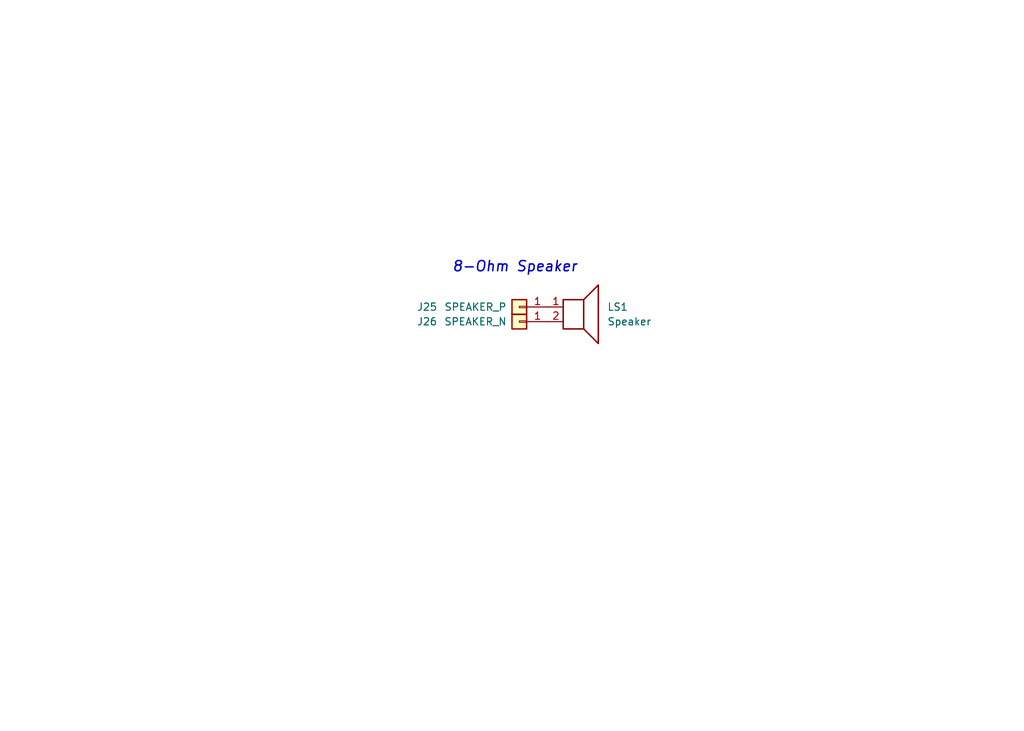
<source format=kicad_sch>
(kicad_sch (version 20231120) (generator "eeschema") (generator_version "8.0")
  (paper "User" 177.8 127)
  (title_block (title "Offboard 8-Ohm Speaker") (company "ECE 47700 Team 01"))
  (lib_symbols
    (symbol "Connector_Generic:Conn_01x01" (pin_names (offset 1.016) hide)
      (property "Reference" "J" (at 0 2.54 0))
      (property "Value" "Conn_01x01" (at 0 -2.54 0))
      (symbol "Conn_01x01_1_1"
        (rectangle (start -1.27 0.127) (end 0 -0.127) (stroke (width 0.1524)))
        (rectangle (start -1.27 1.27) (end 1.27 -1.27) (stroke (width 0.254)) (fill (type background)))
        (pin passive line (at -5.08 0 0) (length 3.81) (name "Pin_1") (number "1"))
      )
    )
    (symbol "Device:Speaker" (pin_names (offset 0) hide)
      (property "Reference" "LS" (at 1.27 5.715 0))
      (property "Value" "Speaker" (at 1.27 3.81 0))
      (symbol "Speaker_0_0"
        (rectangle (start -2.54 1.27) (end 1.016 -3.81) (stroke (width 0.254)))
        (polyline (pts (xy 1.016 1.27) (xy 3.556 3.81) (xy 3.556 -6.35) (xy 1.016 -3.81)) (stroke (width 0.254)))
      )
      (symbol "Speaker_1_1"
        (pin input line (at -5.08 0 0) (length 2.54) (name "1") (number "1"))
        (pin input line (at -5.08 -2.54 0) (length 2.54) (name "2") (number "2"))
      )
    )
  )
  (text "8-Ohm Speaker" (at 89.408 46.482 0) (effects (font (size 1.778 1.778) (thickness 0.254) (bold yes) (italic yes))))
  (symbol (lib_id "Device:Speaker") (at 100.33 53.34 0) (unit 1)
    (property "Reference" "LS1" (at 105.41 53.3399 0) (effects (justify left)))
    (property "Value" "Speaker" (at 105.41 55.8799 0) (effects (justify left)))
    (property "Description" "Speaker" (effects (hide yes)))
  )
  (symbol (lib_id "Connector_Generic:Conn_01x01") (at 90.17 55.88 180) (unit 1)
    (property "Reference" "J26" (at 74.168 55.88 0))
    (property "Value" "SPEAKER_N" (at 82.55 55.88 0))
    (property "Description" "Generic connector, single row, 01x01, script generated (kicad-library-utils/schlib/autogen/connector/)" (effects (hide yes)))
  )
  (symbol (lib_id "Connector_Generic:Conn_01x01") (at 90.17 53.34 180) (unit 1)
    (property "Reference" "J25" (at 74.168 53.34 0))
    (property "Value" "SPEAKER_P" (at 82.55 53.34 0))
    (property "Description" "Generic connector, single row, 01x01, script generated (kicad-library-utils/schlib/autogen/connector/)" (effects (hide yes)))
  )
)
</source>
